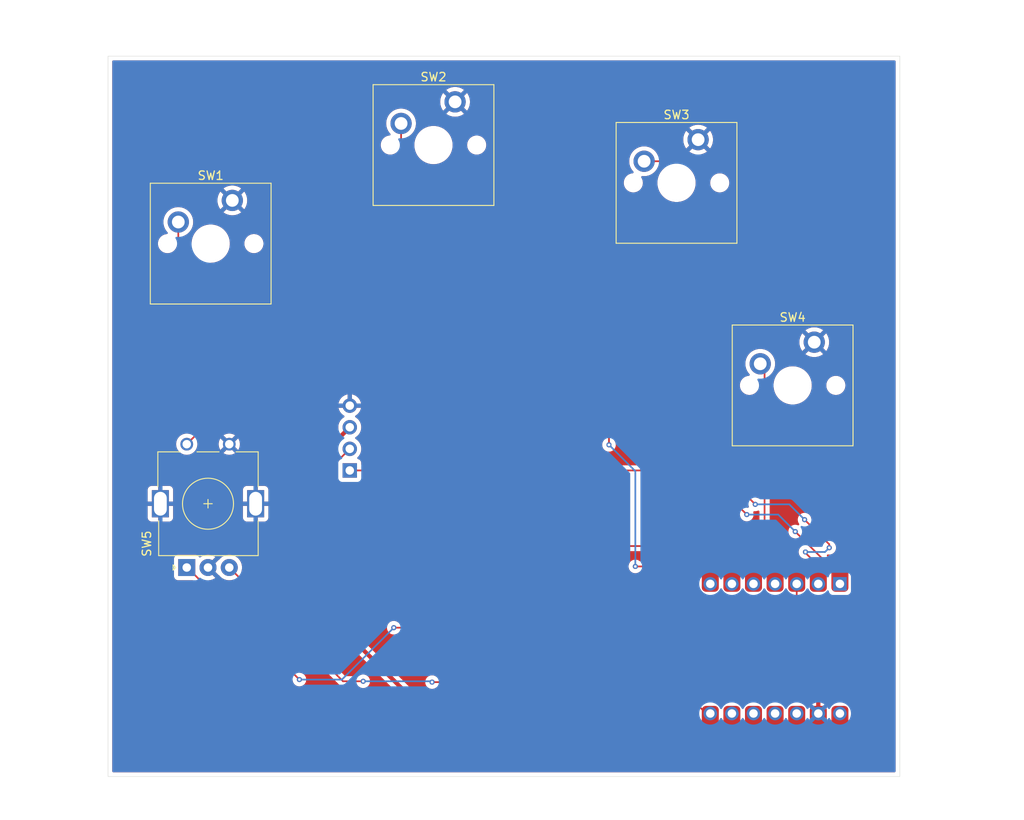
<source format=kicad_pcb>
(kicad_pcb (version 20241229) (generator "pcbnew") (generator_version "9.0")
  (layers (0 "F.Cu" signal) (2 "B.Cu" signal) (13 "F.Paste" user) (15 "B.Paste" user) (5 "F.SilkS" user "F.Silkscreen") (7 "B.SilkS" user "B.Silkscreen") (1 "F.Mask" user) (3 "B.Mask" user) (25 "Edge.Cuts" user))
  (net 0 "")
  (net 1 "GND")
  (net 2 "Net-(OL1-SDA)")
  (net 3 "Net-(OL1-SCL)")
  (net 4 "VCC")
  (net 5 "Net-(U1-GPIO26_A0_D0)")
  (net 6 "Net-(U1-GPIO27_A1_D1)")
  (net 7 "Net-(U1-GPIO28_A2_D2)")
  (net 8 "Net-(U1-GPIO29_A3_D3)")
  (net 9 "Net-(U1-GPIO2_D8_SCK)")
  (net 10 "Net-(U1-GPIO1_D7_CSn_RX)")
  (net 13 "Net-(U1-GPIO0_D6_TX)")
  (footprint "ScottoKeebs_MX:MX_PCB_1.00u" (layer "F.Cu") (at 107.47375 83.34375)
    (property "Reference" "SW1" (at 0 -8 0) (layer "F.SilkS"))
    (property "Value" "Switch")
    (fp_line (start -7.1 -7.1) (end -7.1 7.1) (stroke (width 0.12)) (layer "F.SilkS"))
    (fp_line (start -7.1 7.1) (end 7.1 7.1) (stroke (width 0.12)) (layer "F.SilkS"))
    (fp_line (start 7.1 -7.1) (end -7.1 -7.1) (stroke (width 0.12)) (layer "F.SilkS"))
    (fp_line (start 7.1 7.1) (end 7.1 -7.1) (stroke (width 0.12)) (layer "F.SilkS"))
    (pad "" np_thru_hole circle (at -5.08 0) (size 1.75 1.75) (drill 1.75) (layers "*.Cu" "*.Mask"))
    (pad "" np_thru_hole circle (at 0 0) (size 4 4) (drill 4) (layers "*.Cu" "*.Mask"))
    (pad "" np_thru_hole circle (at 5.08 0) (size 1.75 1.75) (drill 1.75) (layers "*.Cu" "*.Mask"))
    (pad "1" thru_hole circle (at -3.81 -2.54) (size 2.5 2.5) (drill 1.5) (layers "*.Cu" "*.Mask") (net 5 "Net-(U1-GPIO26_A0_D0)"))
    (pad "2" thru_hole circle (at 2.54 -5.08) (size 2.5 2.5) (drill 1.5) (layers "*.Cu" "*.Mask") (net 1 "GND"))
  )
  (footprint "ScottoKeebs_Components:OLED_128x32" (layer "F.Cu") (at 122.225 100.21375)
    (property "Reference" "OL1" (hide yes))
    (property "Value" "OLED")
    (pad "1" thru_hole rect (at 1.6 9.8 180) (size 1.7 1.7) (drill 1) (layers "*.Cu" "*.Mask") (net 2 "Net-(OL1-SDA)"))
    (pad "2" thru_hole oval (at 1.6 7.26 180) (size 1.7 1.7) (drill 1) (layers "*.Cu" "*.Mask") (net 3 "Net-(OL1-SCL)"))
    (pad "3" thru_hole oval (at 1.6 4.72 180) (size 1.7 1.7) (drill 1) (layers "*.Cu" "*.Mask") (net 4 "VCC"))
    (pad "4" thru_hole oval (at 1.6 2.18 180) (size 1.7 1.7) (drill 1) (layers "*.Cu" "*.Mask") (net 1 "GND"))
  )
  (footprint "Rotary_Encoder:RotaryEncoder_Alps_EC11E_Vertical_H20mm" (layer "F.Cu") (at 104.65625 121.425 90)
    (property "Reference" "SW5" (at 2.8 -4.7 90) (layer "F.SilkS"))
    (property "Value" "RotaryEncoder_Switch")
    (fp_line (start 13.6 -3.4) (end 13.6 -0.8) (stroke (width 0.12)) (layer "F.SilkS"))
    (fp_line (start 9.5 -3.4) (end 13.6 -3.4) (stroke (width 0.12)) (layer "F.SilkS"))
    (fp_line (start 5.5 -3.3) (end 1.4 -3.3) (stroke (width 0.12)) (layer "F.SilkS"))
    (fp_line (start 1.4 -3.3) (end 1.4 8.4) (stroke (width 0.12)) (layer "F.SilkS"))
    (fp_line (start 0.3 -1.6) (end 0 -1.3) (stroke (width 0.12)) (layer "F.SilkS"))
    (fp_line (start -0.3 -1.6) (end 0.3 -1.6) (stroke (width 0.12)) (layer "F.SilkS"))
    (fp_line (start 0 -1.3) (end -0.3 -1.6) (stroke (width 0.12)) (layer "F.SilkS"))
    (fp_line (start 13.6 1.2) (end 13.6 3.8) (stroke (width 0.12)) (layer "F.SilkS"))
    (fp_line (start 7.5 2) (end 7.5 3) (stroke (width 0.12)) (layer "F.SilkS"))
    (fp_line (start 7 2.5) (end 8 2.5) (stroke (width 0.12)) (layer "F.SilkS"))
    (fp_line (start 13.6 5.8) (end 13.6 8.4) (stroke (width 0.12)) (layer "F.SilkS"))
    (fp_line (start 13.6 8.4) (end 9.5 8.4) (stroke (width 0.12)) (layer "F.SilkS"))
    (fp_line (start 5.5 8.4) (end 1.4 8.4) (stroke (width 0.12)) (layer "F.SilkS"))
    (fp_circle (center 7.5 2.5) (end 10.5 2.5) (stroke (width 0.12)) (fill no) (layer "F.SilkS"))
    (pad "A" thru_hole rect (at 0 0 90) (size 2 2) (drill 1) (layers "*.Cu" "*.Mask") (net 10 "Net-(U1-GPIO1_D7_CSn_RX)"))
    (pad "B" thru_hole circle (at 0 5 90) (size 2 2) (drill 1) (layers "*.Cu" "*.Mask") (net 9 "Net-(U1-GPIO2_D8_SCK)"))
    (pad "C" thru_hole circle (at 0 2.5 90) (size 2 2) (drill 1) (layers "*.Cu" "*.Mask") (net 1 "GND"))
    (pad "MP" thru_hole rect (at 7.5 -3.1 90) (size 3.2 2) (drill oval 2.8 1.5) (layers "*.Cu" "*.Mask") (net 1 "GND"))
    (pad "MP" thru_hole rect (at 7.5 8.1 90) (size 3.2 2) (drill oval 2.8 1.5) (layers "*.Cu" "*.Mask") (net 1 "GND"))
    (pad "S1" thru_hole circle (at 14.5 0 90) (size 1.5 1.5) (drill 1) (layers "*.Cu" "*.Mask") (net 13 "Net-(U1-GPIO0_D6_TX)"))
    (pad "S2" thru_hole circle (at 14.5 5 90) (size 1.5 1.5) (drill 1) (layers "*.Cu" "*.Mask") (net 1 "GND"))
  )
  (footprint "ScottoKeebs_MX:MX_PCB_1.00u" (layer "F.Cu") (at 175.895 100.0125)
    (property "Reference" "SW4" (at 0 -8 0) (layer "F.SilkS"))
    (property "Value" "Switch")
    (fp_line (start -7.1 -7.1) (end -7.1 7.1) (stroke (width 0.12)) (layer "F.SilkS"))
    (fp_line (start -7.1 7.1) (end 7.1 7.1) (stroke (width 0.12)) (layer "F.SilkS"))
    (fp_line (start 7.1 -7.1) (end -7.1 -7.1) (stroke (width 0.12)) (layer "F.SilkS"))
    (fp_line (start 7.1 7.1) (end 7.1 -7.1) (stroke (width 0.12)) (layer "F.SilkS"))
    (pad "" np_thru_hole circle (at -5.08 0) (size 1.75 1.75) (drill 1.75) (layers "*.Cu" "*.Mask"))
    (pad "" np_thru_hole circle (at 0 0) (size 4 4) (drill 4) (layers "*.Cu" "*.Mask"))
    (pad "" np_thru_hole circle (at 5.08 0) (size 1.75 1.75) (drill 1.75) (layers "*.Cu" "*.Mask"))
    (pad "1" thru_hole circle (at -3.81 -2.54) (size 2.5 2.5) (drill 1.5) (layers "*.Cu" "*.Mask") (net 8 "Net-(U1-GPIO29_A3_D3)"))
    (pad "2" thru_hole circle (at 2.54 -5.08) (size 2.5 2.5) (drill 1.5) (layers "*.Cu" "*.Mask") (net 1 "GND"))
  )
  (footprint "ScottoKeebs_MX:MX_PCB_1.00u" (layer "F.Cu") (at 133.6675 71.755)
    (property "Reference" "SW2" (at 0 -8 0) (layer "F.SilkS"))
    (property "Value" "Switch")
    (fp_line (start -7.1 -7.1) (end -7.1 7.1) (stroke (width 0.12)) (layer "F.SilkS"))
    (fp_line (start -7.1 7.1) (end 7.1 7.1) (stroke (width 0.12)) (layer "F.SilkS"))
    (fp_line (start 7.1 -7.1) (end -7.1 -7.1) (stroke (width 0.12)) (layer "F.SilkS"))
    (fp_line (start 7.1 7.1) (end 7.1 -7.1) (stroke (width 0.12)) (layer "F.SilkS"))
    (pad "" np_thru_hole circle (at -5.08 0) (size 1.75 1.75) (drill 1.75) (layers "*.Cu" "*.Mask"))
    (pad "" np_thru_hole circle (at 0 0) (size 4 4) (drill 4) (layers "*.Cu" "*.Mask"))
    (pad "" np_thru_hole circle (at 5.08 0) (size 1.75 1.75) (drill 1.75) (layers "*.Cu" "*.Mask"))
    (pad "1" thru_hole circle (at -3.81 -2.54) (size 2.5 2.5) (drill 1.5) (layers "*.Cu" "*.Mask") (net 6 "Net-(U1-GPIO27_A1_D1)"))
    (pad "2" thru_hole circle (at 2.54 -5.08) (size 2.5 2.5) (drill 1.5) (layers "*.Cu" "*.Mask") (net 1 "GND"))
  )
  (footprint "ScottoKeebs_MCU:Seeed_XIAO_RP2040" (layer "F.Cu") (at 173.83125 130.96875 -90)
    (property "Reference" "U1" (hide yes))
    (property "Value" "XIAO-RP2040-SMD")
    (pad "1" smd roundrect (at -8.065 -7.62 270) (size 2.75 2) (layers "F.Cu" "F.Mask" "F.Paste") (net 5 "Net-(U1-GPIO26_A0_D0)"))
    (pad "1" thru_hole rect (at -7.62 -7.62) (size 1.6 1.6) (drill 1) (layers "*.Cu" "*.Mask") (net 5 "Net-(U1-GPIO26_A0_D0)"))
    (pad "2" smd roundrect (at -8.065 -5.08 270) (size 2.75 2) (layers "F.Cu" "F.Mask" "F.Paste") (net 6 "Net-(U1-GPIO27_A1_D1)"))
    (pad "2" thru_hole circle (at -7.62 -5.08) (size 1.6 1.6) (drill 1) (layers "*.Cu" "*.Mask") (net 6 "Net-(U1-GPIO27_A1_D1)"))
    (pad "3" smd roundrect (at -8.065 -2.54 270) (size 2.75 2) (layers "F.Cu" "F.Mask" "F.Paste") (net 7 "Net-(U1-GPIO28_A2_D2)"))
    (pad "3" thru_hole circle (at -7.62 -2.54) (size 1.6 1.6) (drill 1) (layers "*.Cu" "*.Mask") (net 7 "Net-(U1-GPIO28_A2_D2)"))
    (pad "4" smd roundrect (at -8.065 0 270) (size 2.75 2) (layers "F.Cu" "F.Mask" "F.Paste") (net 8 "Net-(U1-GPIO29_A3_D3)"))
    (pad "4" thru_hole circle (at -7.62 0) (size 1.6 1.6) (drill 1) (layers "*.Cu" "*.Mask") (net 8 "Net-(U1-GPIO29_A3_D3)"))
    (pad "5" smd roundrect (at -8.065 2.54 270) (size 2.75 2) (layers "F.Cu" "F.Mask" "F.Paste") (net 2 "Net-(OL1-SDA)"))
    (pad "5" thru_hole circle (at -7.62 2.54) (size 1.6 1.6) (drill 1) (layers "*.Cu" "*.Mask") (net 2 "Net-(OL1-SDA)"))
    (pad "6" smd roundrect (at -8.065 5.08 270) (size 2.75 2) (layers "F.Cu" "F.Mask" "F.Paste") (net 3 "Net-(OL1-SCL)"))
    (pad "6" thru_hole circle (at -7.62 5.08) (size 1.6 1.6) (drill 1) (layers "*.Cu" "*.Mask") (net 3 "Net-(OL1-SCL)"))
    (pad "7" smd roundrect (at -8.065 7.62 270) (size 2.75 2) (layers "F.Cu" "F.Mask" "F.Paste") (net 13 "Net-(U1-GPIO0_D6_TX)"))
    (pad "7" thru_hole circle (at -7.62 7.62) (size 1.6 1.6) (drill 1) (layers "*.Cu" "*.Mask") (net 13 "Net-(U1-GPIO0_D6_TX)"))
    (pad "8" thru_hole circle (at 7.62 7.62) (size 1.6 1.6) (drill 1) (layers "*.Cu" "*.Mask") (net 10 "Net-(U1-GPIO1_D7_CSn_RX)"))
    (pad "8" smd roundrect (at 8.1 7.62 270) (size 2.75 2) (layers "F.Cu" "F.Mask" "F.Paste") (net 10 "Net-(U1-GPIO1_D7_CSn_RX)"))
    (pad "9" thru_hole circle (at 7.62 5.08) (size 1.6 1.6) (drill 1) (layers "*.Cu" "*.Mask") (net 9 "Net-(U1-GPIO2_D8_SCK)"))
    (pad "9" smd roundrect (at 8.1 5.08 270) (size 2.75 2) (layers "F.Cu" "F.Mask" "F.Paste") (net 9 "Net-(U1-GPIO2_D8_SCK)"))
    (pad "10" thru_hole circle (at 7.62 2.54) (size 1.6 1.6) (drill 1) (layers "*.Cu" "*.Mask"))
    (pad "10" smd roundrect (at 8.1 2.54 270) (size 2.75 2) (layers "F.Cu" "F.Mask" "F.Paste"))
    (pad "11" thru_hole circle (at 7.62 0) (size 1.6 1.6) (drill 1) (layers "*.Cu" "*.Mask"))
    (pad "11" smd roundrect (at 8.1 0 270) (size 2.75 2) (layers "F.Cu" "F.Mask" "F.Paste"))
    (pad "12" thru_hole circle (at 7.62 -2.54) (size 1.6 1.6) (drill 1) (layers "*.Cu" "*.Mask") (net 4 "VCC"))
    (pad "12" smd roundrect (at 8.1 -2.54 270) (size 2.75 2) (layers "F.Cu" "F.Mask" "F.Paste") (net 4 "VCC"))
    (pad "13" thru_hole circle (at 7.62 -5.08) (size 1.6 1.6) (drill 1) (layers "*.Cu" "*.Mask") (net 1 "GND"))
    (pad "13" smd roundrect (at 8.1 -5.08 270) (size 2.75 2) (layers "F.Cu" "F.Mask" "F.Paste") (net 1 "GND"))
    (pad "14" thru_hole circle (at 7.62 -7.62) (size 1.6 1.6) (drill 1) (layers "*.Cu" "*.Mask"))
    (pad "14" smd roundrect (at 8.1 -7.62 270) (size 2.75 2) (layers "F.Cu" "F.Mask" "F.Paste"))
  )
  (footprint "ScottoKeebs_MX:MX_PCB_1.00u" (layer "F.Cu") (at 162.2425 76.2)
    (property "Reference" "SW3" (at 0 -8 0) (layer "F.SilkS"))
    (property "Value" "Switch")
    (fp_line (start -7.1 -7.1) (end -7.1 7.1) (stroke (width 0.12)) (layer "F.SilkS"))
    (fp_line (start -7.1 7.1) (end 7.1 7.1) (stroke (width 0.12)) (layer "F.SilkS"))
    (fp_line (start 7.1 -7.1) (end -7.1 -7.1) (stroke (width 0.12)) (layer "F.SilkS"))
    (fp_line (start 7.1 7.1) (end 7.1 -7.1) (stroke (width 0.12)) (layer "F.SilkS"))
    (pad "" np_thru_hole circle (at -5.08 0) (size 1.75 1.75) (drill 1.75) (layers "*.Cu" "*.Mask"))
    (pad "" np_thru_hole circle (at 0 0) (size 4 4) (drill 4) (layers "*.Cu" "*.Mask"))
    (pad "" np_thru_hole circle (at 5.08 0) (size 1.75 1.75) (drill 1.75) (layers "*.Cu" "*.Mask"))
    (pad "1" thru_hole circle (at -3.81 -2.54) (size 2.5 2.5) (drill 1.5) (layers "*.Cu" "*.Mask") (net 7 "Net-(U1-GPIO28_A2_D2)"))
    (pad "2" thru_hole circle (at 2.54 -5.08) (size 2.5 2.5) (drill 1.5) (layers "*.Cu" "*.Mask") (net 1 "GND"))
  )
  (gr_rect (start 95.4 61.3) (end 188.5 146) (stroke (width 0.05)) (fill no) (layer "Edge.Cuts"))
  (segment (start 159.77625 110.01375) (end 171.29125 121.52875) (width 0.2) (layer "F.Cu") (net 2))
  (segment (start 123.825 110.01375) (end 159.77625 110.01375) (width 0.2) (layer "F.Cu") (net 2))
  (segment (start 171.29125 121.52875) (end 171.29125 122.90375) (width 0.2) (layer "F.Cu") (net 2))
  (segment (start 167.8 118.9) (end 168.75125 119.85125) (width 0.2) (layer "F.Cu") (net 3))
  (segment (start 121.4 109.89875) (end 121.4 117.9) (width 0.2) (layer "F.Cu") (net 3))
  (segment (start 168.75125 119.85125) (end 168.75125 122.90375) (width 0.2) (layer "F.Cu") (net 3))
  (segment (start 122.4 118.9) (end 167.8 118.9) (width 0.2) (layer "F.Cu") (net 3))
  (segment (start 123.825 107.47375) (end 121.4 109.89875) (width 0.2) (layer "F.Cu") (net 3))
  (segment (start 121.4 117.9) (end 122.4 118.9) (width 0.2) (layer "F.Cu") (net 3))
  (segment (start 123.825 104.93375) (end 120 108.75875) (width 0.5) (layer "F.Cu") (net 4))
  (segment (start 120 125.7) (end 133.8 139.5) (width 0.5) (layer "F.Cu") (net 4))
  (segment (start 133.8 139.5) (end 135.1 139.5) (width 0.5) (layer "F.Cu") (net 4))
  (segment (start 120 108.75875) (end 120 125.7) (width 0.5) (layer "F.Cu") (net 4))
  (segment (start 135.1 139.5) (end 139.2 143.6) (width 0.5) (layer "F.Cu") (net 4))
  (segment (start 173.9 143.6) (end 176.37125 141.12875) (width 0.5) (layer "F.Cu") (net 4))
  (segment (start 176.37125 141.12875) (end 176.37125 139.06875) (width 0.5) (layer "F.Cu") (net 4))
  (segment (start 139.2 143.6) (end 173.9 143.6) (width 0.5) (layer "F.Cu") (net 4))
  (segment (start 129.8 97) (end 130.8785 95.9215) (width 0.2) (layer "F.Cu") (net 5))
  (segment (start 151.2215 95.9215) (end 170.5 115.2) (width 0.2) (layer "F.Cu") (net 5))
  (segment (start 117.805184 97) (end 129.8 97) (width 0.2) (layer "F.Cu") (net 5))
  (segment (start 181.45125 122.45125) (end 181.45125 122.90375) (width 0.2) (layer "F.Cu") (net 5))
  (segment (start 130.8785 95.9215) (end 151.2215 95.9215) (width 0.2) (layer "F.Cu") (net 5))
  (segment (start 103.66375 82.858566) (end 117.805184 97) (width 0.2) (layer "F.Cu") (net 5))
  (segment (start 176.2 117.2) (end 181.45125 122.45125) (width 0.2) (layer "F.Cu") (net 5))
  (segment (start 103.66375 80.80375) (end 103.66375 82.858566) (width 0.2) (layer "F.Cu") (net 5))
  (via (at 170.5 115.2) (size 0.6) (drill 0.3) (layers "F.Cu" "B.Cu") (net 5))
  (via (at 176.2 117.2) (size 0.6) (drill 0.3) (layers "F.Cu" "B.Cu") (net 5))
  (segment (start 170.5 115.2) (end 174.2 115.2) (width 0.2) (layer "B.Cu") (net 5))
  (segment (start 174.2 115.2) (end 176.2 117.2) (width 0.2) (layer "B.Cu") (net 5))
  (segment (start 177.4 119.7) (end 178.91125 121.21125) (width 0.2) (layer "F.Cu") (net 6))
  (segment (start 180.2 118.7) (end 180.2 119.1) (width 0.2) (layer "F.Cu") (net 6))
  (segment (start 129.8575 72.3575) (end 171.5 114) (width 0.2) (layer "F.Cu") (net 6))
  (segment (start 178.91125 121.21125) (end 178.91125 122.90375) (width 0.2) (layer "F.Cu") (net 6))
  (segment (start 177.4 119.6) (end 177.4 119.7) (width 0.2) (layer "F.Cu") (net 6))
  (segment (start 129.8575 69.215) (end 129.8575 72.3575) (width 0.2) (layer "F.Cu") (net 6))
  (segment (start 177.3 115.8) (end 180.2 118.7) (width 0.2) (layer "F.Cu") (net 6))
  (via (at 177.4 119.6) (size 0.6) (drill 0.3) (layers "F.Cu" "B.Cu") (net 6))
  (via (at 180.2 119.1) (size 0.6) (drill 0.3) (layers "F.Cu" "B.Cu") (net 6))
  (via (at 177.3 115.8) (size 0.6) (drill 0.3) (layers "F.Cu" "B.Cu") (net 6))
  (via (at 171.5 114) (size 0.6) (drill 0.3) (layers "F.Cu" "B.Cu") (net 6))
  (segment (start 175.5 114) (end 177.3 115.8) (width 0.2) (layer "B.Cu") (net 6))
  (segment (start 180.2 119.1) (end 179.7 119.6) (width 0.2) (layer "B.Cu") (net 6))
  (segment (start 179.7 119.6) (end 177.4 119.6) (width 0.2) (layer "B.Cu") (net 6))
  (segment (start 171.5 114) (end 175.5 114) (width 0.2) (layer "B.Cu") (net 6))
  (segment (start 178.159 73.66) (end 186 81.501) (width 0.2) (layer "F.Cu") (net 7))
  (segment (start 186 124.1) (end 179.4 130.7) (width 0.2) (layer "F.Cu") (net 7))
  (segment (start 176.37125 127.67125) (end 176.37125 123.34875) (width 0.2) (layer "F.Cu") (net 7))
  (segment (start 158.4325 73.66) (end 178.159 73.66) (width 0.2) (layer "F.Cu") (net 7))
  (segment (start 179.4 130.7) (end 176.37125 127.67125) (width 0.2) (layer "F.Cu") (net 7))
  (segment (start 186 81.501) (end 186 124.1) (width 0.2) (layer "F.Cu") (net 7))
  (segment (start 172.59225 97.97975) (end 172.59225 122.10975) (width 0.2) (layer "F.Cu") (net 8))
  (segment (start 172.59225 122.10975) (end 173.83125 123.34875) (width 0.2) (layer "F.Cu") (net 8))
  (segment (start 172.085 97.4725) (end 172.59225 97.97975) (width 0.2) (layer "F.Cu") (net 8))
  (segment (start 168.75125 142.14875) (end 168.75125 139.06875) (width 0.2) (layer "F.Cu") (net 9))
  (segment (start 144.2 134.9) (end 151.7 142.4) (width 0.2) (layer "F.Cu") (net 9))
  (segment (start 168.5 142.4) (end 168.75125 142.14875) (width 0.2) (layer "F.Cu") (net 9))
  (segment (start 109.65625 121.425) (end 123.03125 134.8) (width 0.2) (layer "F.Cu") (net 9))
  (segment (start 133.5 134.9) (end 144.2 134.9) (width 0.2) (layer "F.Cu") (net 9))
  (segment (start 151.7 142.4) (end 168.5 142.4) (width 0.2) (layer "F.Cu") (net 9))
  (segment (start 123.03125 134.8) (end 125.4 134.8) (width 0.2) (layer "F.Cu") (net 9))
  (via (at 125.4 134.8) (size 0.6) (drill 0.3) (layers "F.Cu" "B.Cu") (net 9))
  (via (at 133.5 134.9) (size 0.6) (drill 0.3) (layers "F.Cu" "B.Cu") (net 9))
  (segment (start 125.4 134.8) (end 133.4 134.8) (width 0.2) (layer "B.Cu") (net 9))
  (segment (start 133.4 134.8) (end 133.5 134.9) (width 0.2) (layer "B.Cu") (net 9))
  (segment (start 155.6425 128.5) (end 166.21125 139.06875) (width 0.2) (layer "F.Cu") (net 10))
  (segment (start 129 128.5) (end 155.6425 128.5) (width 0.2) (layer "F.Cu") (net 10))
  (segment (start 104.725 121.425) (end 117.9 134.6) (width 0.2) (layer "F.Cu") (net 10))
  (segment (start 104.65625 121.425) (end 104.725 121.425) (width 0.2) (layer "F.Cu") (net 10))
  (via (at 117.9 134.6) (size 0.6) (drill 0.3) (layers "F.Cu" "B.Cu") (net 10))
  (via (at 129 128.5) (size 0.6) (drill 0.3) (layers "F.Cu" "B.Cu") (net 10))
  (segment (start 122.9 134.6) (end 129 128.5) (width 0.2) (layer "B.Cu") (net 10))
  (segment (start 117.9 134.6) (end 122.9 134.6) (width 0.2) (layer "B.Cu") (net 10))
  (segment (start 112.28125 99.3) (end 148.2 99.3) (width 0.2) (layer "F.Cu") (net 13))
  (segment (start 154.3 105.4) (end 154.3 107) (width 0.2) (layer "F.Cu") (net 13))
  (segment (start 104.65625 106.925) (end 112.28125 99.3) (width 0.2) (layer "F.Cu") (net 13))
  (segment (start 164.6075 121.3) (end 166.21125 122.90375) (width 0.2) (layer "F.Cu") (net 13))
  (segment (start 148.2 99.3) (end 154.3 105.4) (width 0.2) (layer "F.Cu") (net 13))
  (segment (start 157.4 121.3) (end 164.6075 121.3) (width 0.2) (layer "F.Cu") (net 13))
  (via (at 154.3 107) (size 0.6) (drill 0.3) (layers "F.Cu" "B.Cu") (net 13))
  (via (at 157.4 121.3) (size 0.6) (drill 0.3) (layers "F.Cu" "B.Cu") (net 13))
  (segment (start 157.4 110.1) (end 157.4 121.3) (width 0.2) (layer "B.Cu") (net 13))
  (segment (start 154.3 107) (end 157.4 110.1) (width 0.2) (layer "B.Cu") (net 13))
  (zone (net 1) (net_name "GND") (layers "F.Cu" "B.Cu") (connect_pads (clearance 0.5)) (min_thickness 0.25) (fill yes (thermal_gap 0.5) (thermal_bridge_width 0.5))
    (polygon (pts (xy 88.2 57.4) (xy 95.4 56.8) (xy 198.3 54.7) (xy 203.1 98.5) (xy 201.3 149.8) (xy 82.7 151.1) (xy 84.7 57.5)))
  )
)
</source>
